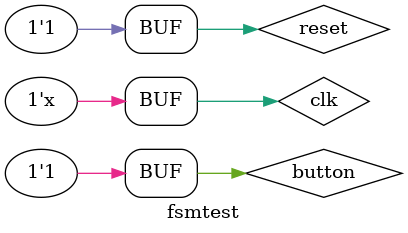
<source format=v>
`timescale 1ns / 1ps


module fsmtest;
reg clk,button,reset;
wire out;

fsm dut(
.lighton(out),
    . button(button),
  .Clock(clk),
    .Reset(reset)
    );
    always 
    begin 
#5    clk=~clk;
    end
    initial 
    begin
    clk=0;
     reset=0;
     button=0;
  #20 reset=1;
     
  #20 button=1; 
  
    
  #100 
  ;
  
    end
    
endmodule

</source>
